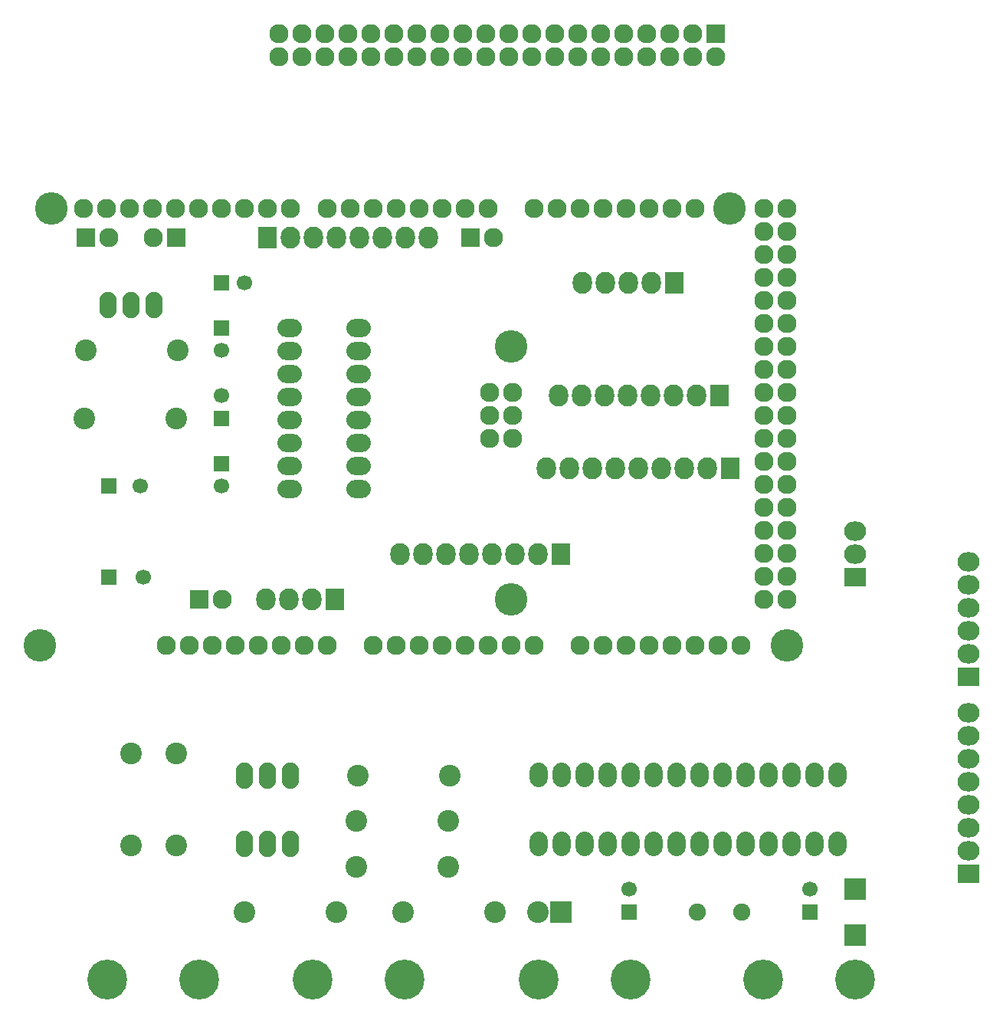
<source format=gbs>
G04 #@! TF.FileFunction,Soldermask,Bot*
%FSLAX46Y46*%
G04 Gerber Fmt 4.6, Leading zero omitted, Abs format (unit mm)*
G04 Created by KiCad (PCBNEW 4.0.2+dfsg1-stable) date ma. 28. mai 2018 kl. 14.59 +0200*
%MOMM*%
G01*
G04 APERTURE LIST*
%ADD10C,0.100000*%
%ADD11O,2.127200X2.127200*%
%ADD12C,3.600000*%
%ADD13R,1.700000X1.700000*%
%ADD14C,1.700000*%
%ADD15R,2.400000X2.400000*%
%ADD16C,2.400000*%
%ADD17O,2.000000X2.700000*%
%ADD18C,4.400500*%
%ADD19R,2.127200X2.432000*%
%ADD20O,2.127200X2.432000*%
%ADD21R,2.127200X2.127200*%
%ADD22R,2.432000X2.127200*%
%ADD23O,2.432000X2.127200*%
%ADD24C,2.398980*%
%ADD25O,1.901140X2.899360*%
%ADD26O,2.700000X2.000000*%
%ADD27C,1.901140*%
%ADD28R,2.398980X2.398980*%
G04 APERTURE END LIST*
D10*
D11*
X212087000Y-79720000D03*
X214627000Y-79720000D03*
X214627000Y-77180000D03*
X212087000Y-77180000D03*
X214627000Y-74640000D03*
X199260000Y-102580000D03*
X194180000Y-102580000D03*
X191640000Y-102580000D03*
X189100000Y-102580000D03*
X186560000Y-102580000D03*
X184020000Y-102580000D03*
X181480000Y-102580000D03*
X178940000Y-102580000D03*
X234820000Y-54320000D03*
X232280000Y-54320000D03*
X229740000Y-54320000D03*
X227200000Y-54320000D03*
X224660000Y-54320000D03*
X222120000Y-54320000D03*
X219580000Y-54320000D03*
X217040000Y-54320000D03*
X211960000Y-54320000D03*
X209420000Y-54320000D03*
X206880000Y-54320000D03*
X204340000Y-54320000D03*
X201800000Y-54320000D03*
X199260000Y-54320000D03*
X196720000Y-54320000D03*
X194180000Y-54320000D03*
X174876000Y-54320000D03*
X190116000Y-54320000D03*
X187576000Y-54320000D03*
X185036000Y-54320000D03*
D12*
X214500000Y-97500000D03*
X214500000Y-69560000D03*
X238630000Y-54320000D03*
X163700000Y-54320000D03*
X244980000Y-102580000D03*
X162430000Y-102580000D03*
D11*
X167256000Y-54320000D03*
X169796000Y-54320000D03*
X172336000Y-54320000D03*
X177416000Y-54320000D03*
X179956000Y-54320000D03*
X182496000Y-54320000D03*
X176400000Y-102580000D03*
X201800000Y-102580000D03*
X204340000Y-102580000D03*
X206880000Y-102580000D03*
X209420000Y-102580000D03*
X211960000Y-102580000D03*
X214500000Y-102580000D03*
X217040000Y-102580000D03*
X222120000Y-102580000D03*
X224660000Y-102580000D03*
X227200000Y-102580000D03*
X229740000Y-102580000D03*
X232280000Y-102580000D03*
X234820000Y-102580000D03*
X237360000Y-102580000D03*
X239900000Y-102580000D03*
X242440000Y-54320000D03*
X244980000Y-54320000D03*
X242440000Y-56860000D03*
X244980000Y-56860000D03*
X242440000Y-59400000D03*
X244980000Y-59400000D03*
X242440000Y-61940000D03*
X244980000Y-61940000D03*
X242440000Y-64480000D03*
X244980000Y-64480000D03*
X242440000Y-67020000D03*
X244980000Y-67020000D03*
X242440000Y-69560000D03*
X244980000Y-69560000D03*
X242440000Y-72100000D03*
X244980000Y-72100000D03*
X242440000Y-74640000D03*
X244980000Y-74640000D03*
X242440000Y-77180000D03*
X244980000Y-77180000D03*
X242440000Y-79720000D03*
X244980000Y-79720000D03*
X242440000Y-82260000D03*
X244980000Y-82260000D03*
X242440000Y-84800000D03*
X244980000Y-84800000D03*
X242440000Y-87340000D03*
X244980000Y-87340000D03*
X242440000Y-89880000D03*
X244980000Y-89880000D03*
X242440000Y-92420000D03*
X244980000Y-92420000D03*
X242440000Y-94960000D03*
X244980000Y-94960000D03*
X242440000Y-97500000D03*
X244980000Y-97500000D03*
X212087000Y-74640000D03*
D13*
X247500000Y-132000000D03*
D14*
X247500000Y-129500000D03*
D13*
X227500000Y-132000000D03*
D14*
X227500000Y-129500000D03*
X173500000Y-85000000D03*
D13*
X170000000Y-85000000D03*
X182500000Y-67500000D03*
D14*
X182500000Y-70000000D03*
D13*
X182500000Y-62500000D03*
D14*
X185000000Y-62500000D03*
D13*
X182500000Y-77500000D03*
D14*
X182500000Y-75000000D03*
D13*
X182500000Y-82500000D03*
D14*
X182500000Y-85000000D03*
D13*
X170000000Y-95000000D03*
D14*
X173800000Y-95000000D03*
D15*
X220000000Y-132000000D03*
D16*
X217460000Y-132000000D03*
D17*
X217500000Y-124500000D03*
X220040000Y-124500000D03*
X222580000Y-124500000D03*
X225120000Y-124500000D03*
X227660000Y-124500000D03*
X230200000Y-124500000D03*
X232740000Y-124500000D03*
X235280000Y-124500000D03*
X237820000Y-124500000D03*
X240360000Y-124500000D03*
X242900000Y-124500000D03*
X245440000Y-124500000D03*
X247980000Y-124500000D03*
X250520000Y-124500000D03*
X250520000Y-116880000D03*
X247980000Y-116880000D03*
X245440000Y-116880000D03*
X242900000Y-116880000D03*
X240360000Y-116880000D03*
X237820000Y-116880000D03*
X235280000Y-116880000D03*
X232740000Y-116880000D03*
X230200000Y-116880000D03*
X227660000Y-116880000D03*
X225120000Y-116880000D03*
X222580000Y-116880000D03*
X220040000Y-116880000D03*
X217500000Y-116880000D03*
D18*
X180000000Y-139500000D03*
X169840000Y-139500000D03*
X217500000Y-139500000D03*
X227660000Y-139500000D03*
X192500000Y-139500000D03*
X202660000Y-139500000D03*
X252500000Y-139500000D03*
X242340000Y-139500000D03*
D19*
X238660000Y-83000000D03*
D20*
X236120000Y-83000000D03*
X233580000Y-83000000D03*
X231040000Y-83000000D03*
X228500000Y-83000000D03*
X225960000Y-83000000D03*
X223420000Y-83000000D03*
X220880000Y-83000000D03*
X218340000Y-83000000D03*
D19*
X237500000Y-75000000D03*
D20*
X234960000Y-75000000D03*
X232420000Y-75000000D03*
X229880000Y-75000000D03*
X227340000Y-75000000D03*
X224800000Y-75000000D03*
X222260000Y-75000000D03*
X219720000Y-75000000D03*
D19*
X232500000Y-62500000D03*
D20*
X229960000Y-62500000D03*
X227420000Y-62500000D03*
X224880000Y-62500000D03*
X222340000Y-62500000D03*
D19*
X195000000Y-97500000D03*
D20*
X192460000Y-97500000D03*
X189920000Y-97500000D03*
X187380000Y-97500000D03*
D21*
X177500000Y-57500000D03*
D11*
X174960000Y-57500000D03*
D19*
X220000000Y-92500000D03*
D20*
X217460000Y-92500000D03*
X214920000Y-92500000D03*
X212380000Y-92500000D03*
X209840000Y-92500000D03*
X207300000Y-92500000D03*
X204760000Y-92500000D03*
X202220000Y-92500000D03*
D19*
X187500000Y-57500000D03*
D20*
X190040000Y-57500000D03*
X192580000Y-57500000D03*
X195120000Y-57500000D03*
X197660000Y-57500000D03*
X200200000Y-57500000D03*
X202740000Y-57500000D03*
X205280000Y-57500000D03*
D22*
X252500000Y-95000000D03*
D23*
X252500000Y-92460000D03*
X252500000Y-89920000D03*
D21*
X167500000Y-57500000D03*
D11*
X170040000Y-57500000D03*
D21*
X210000000Y-57500000D03*
D11*
X212540000Y-57500000D03*
D21*
X180000000Y-97500000D03*
D11*
X182540000Y-97500000D03*
D24*
X177500000Y-114500000D03*
X177500000Y-124660000D03*
X172500000Y-114500000D03*
X172500000Y-124660000D03*
X207500000Y-122000000D03*
X197340000Y-122000000D03*
X202500000Y-132000000D03*
X212660000Y-132000000D03*
X185000000Y-132000000D03*
X195160000Y-132000000D03*
X197500000Y-117000000D03*
X207660000Y-117000000D03*
X207500000Y-127000000D03*
X197340000Y-127000000D03*
X177500000Y-77500000D03*
X167340000Y-77500000D03*
X167500000Y-70000000D03*
X177660000Y-70000000D03*
D25*
X187500000Y-124500000D03*
X184960000Y-124500000D03*
X190040000Y-124500000D03*
X187500000Y-117000000D03*
X184960000Y-117000000D03*
X190040000Y-117000000D03*
D26*
X190000000Y-67500000D03*
X190000000Y-70040000D03*
X190000000Y-72580000D03*
X190000000Y-75120000D03*
X190000000Y-77660000D03*
X190000000Y-80200000D03*
X190000000Y-82740000D03*
X190000000Y-85280000D03*
X197620000Y-85280000D03*
X197620000Y-82740000D03*
X197620000Y-80200000D03*
X197620000Y-77660000D03*
X197620000Y-75120000D03*
X197620000Y-72580000D03*
X197620000Y-70040000D03*
X197620000Y-67500000D03*
D25*
X172500000Y-65000000D03*
X169960000Y-65000000D03*
X175040000Y-65000000D03*
D27*
X235059060Y-132000000D03*
X239940940Y-132000000D03*
D28*
X252500000Y-134540000D03*
X252500000Y-129460000D03*
D22*
X265000000Y-106000000D03*
D23*
X265000000Y-103460000D03*
X265000000Y-100920000D03*
X265000000Y-98380000D03*
X265000000Y-95840000D03*
X265000000Y-93300000D03*
D22*
X265000000Y-127780000D03*
D23*
X265000000Y-125240000D03*
X265000000Y-122700000D03*
X265000000Y-120160000D03*
X265000000Y-117620000D03*
X265000000Y-115080000D03*
X265000000Y-112540000D03*
X265000000Y-110000000D03*
D21*
X237080000Y-35000000D03*
D11*
X237080000Y-37540000D03*
X234540000Y-35000000D03*
X234540000Y-37540000D03*
X232000000Y-35000000D03*
X232000000Y-37540000D03*
X229460000Y-35000000D03*
X229460000Y-37540000D03*
X226920000Y-35000000D03*
X226920000Y-37540000D03*
X224380000Y-35000000D03*
X224380000Y-37540000D03*
X221840000Y-35000000D03*
X221840000Y-37540000D03*
X219300000Y-35000000D03*
X219300000Y-37540000D03*
X216760000Y-35000000D03*
X216760000Y-37540000D03*
X214220000Y-35000000D03*
X214220000Y-37540000D03*
X211680000Y-35000000D03*
X211680000Y-37540000D03*
X209140000Y-35000000D03*
X209140000Y-37540000D03*
X206600000Y-35000000D03*
X206600000Y-37540000D03*
X204060000Y-35000000D03*
X204060000Y-37540000D03*
X201520000Y-35000000D03*
X201520000Y-37540000D03*
X198980000Y-35000000D03*
X198980000Y-37540000D03*
X196440000Y-35000000D03*
X196440000Y-37540000D03*
X193900000Y-35000000D03*
X193900000Y-37540000D03*
X191360000Y-35000000D03*
X191360000Y-37540000D03*
X188820000Y-35000000D03*
X188820000Y-37540000D03*
M02*

</source>
